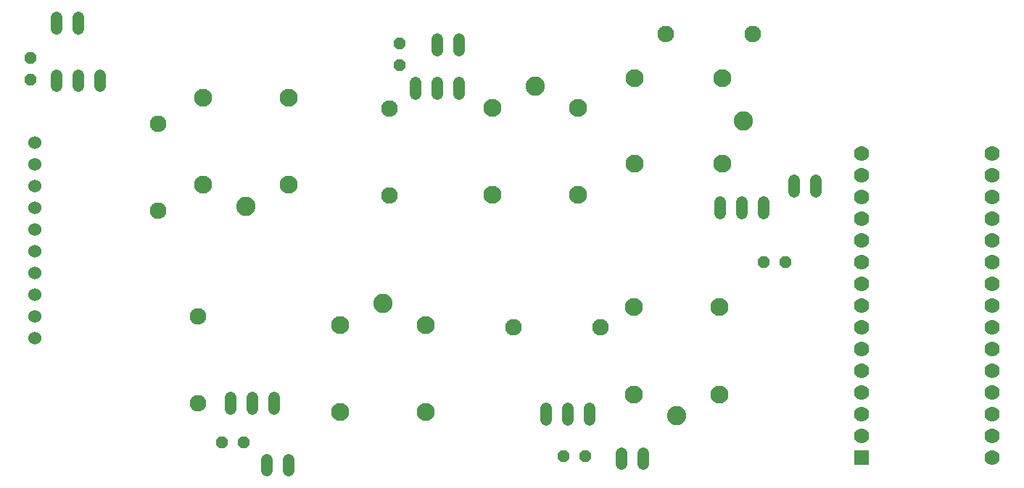
<source format=gbr>
G04 EAGLE Gerber X2 export*
%TF.Part,Single*%
%TF.FileFunction,Copper,L2,Bot,Mixed*%
%TF.FilePolarity,Positive*%
%TF.GenerationSoftware,Autodesk,EAGLE,9.1.2*%
%TF.CreationDate,2019-01-09T08:49:19Z*%
G75*
%MOMM*%
%FSLAX34Y34*%
%LPD*%
%AMOC8*
5,1,8,0,0,1.08239X$1,22.5*%
G01*
%ADD10C,1.930400*%
%ADD11C,2.250000*%
%ADD12C,2.100000*%
%ADD13P,1.429621X8X22.500000*%
%ADD14C,1.320800*%
%ADD15P,1.429621X8X112.500000*%
%ADD16R,1.778000X1.778000*%
%ADD17C,1.778000*%
%ADD18C,1.524000*%


D10*
X270510Y255270D03*
X270510Y153670D03*
D11*
X486410Y269970D03*
D12*
X536410Y244970D03*
X436410Y244970D03*
X536410Y142970D03*
X436410Y142970D03*
D13*
X298450Y107950D03*
X323850Y107950D03*
D14*
X308610Y147066D02*
X308610Y160274D01*
X359410Y160274D02*
X359410Y147066D01*
X334010Y147066D02*
X334010Y160274D01*
D11*
X829310Y138970D03*
D12*
X779310Y163970D03*
X879310Y163970D03*
X779310Y265970D03*
X879310Y265970D03*
D14*
X727710Y147574D02*
X727710Y134366D01*
X676910Y134366D02*
X676910Y147574D01*
X702310Y147574D02*
X702310Y134366D01*
D10*
X638810Y242570D03*
X740410Y242570D03*
D13*
X697230Y91440D03*
X722630Y91440D03*
D10*
X223520Y480060D03*
X223520Y378460D03*
D14*
X156210Y524256D02*
X156210Y537464D01*
X105410Y537464D02*
X105410Y524256D01*
X130810Y524256D02*
X130810Y537464D01*
D15*
X74930Y532130D03*
X74930Y557530D03*
D11*
X326390Y384080D03*
D12*
X276390Y409080D03*
X376390Y409080D03*
X276390Y511080D03*
X376390Y511080D03*
D10*
X494030Y497840D03*
X494030Y396240D03*
D14*
X575310Y515366D02*
X575310Y528574D01*
X524510Y528574D02*
X524510Y515366D01*
X549910Y515366D02*
X549910Y528574D01*
D15*
X505460Y548640D03*
X505460Y574040D03*
D11*
X664210Y523970D03*
D12*
X714210Y498970D03*
X614210Y498970D03*
X714210Y396970D03*
X614210Y396970D03*
D10*
X918210Y585470D03*
X816610Y585470D03*
D14*
X930910Y388874D02*
X930910Y375666D01*
X880110Y375666D02*
X880110Y388874D01*
X905510Y388874D02*
X905510Y375666D01*
D11*
X907510Y483870D03*
D12*
X882510Y433870D03*
X882510Y533870D03*
X780510Y433870D03*
X780510Y533870D03*
D13*
X930910Y318770D03*
X956310Y318770D03*
D16*
X1045210Y90170D03*
D17*
X1045210Y115570D03*
X1045210Y140970D03*
X1045210Y166370D03*
X1045210Y191770D03*
X1045210Y217170D03*
X1045210Y242570D03*
X1045210Y267970D03*
X1045210Y293370D03*
X1045210Y318770D03*
X1045210Y344170D03*
X1045210Y369570D03*
X1045210Y394970D03*
X1045210Y420370D03*
X1045210Y445770D03*
X1197610Y445770D03*
X1197610Y420370D03*
X1197610Y394970D03*
X1197610Y369570D03*
X1197610Y344170D03*
X1197610Y318770D03*
X1197610Y293370D03*
X1197610Y267970D03*
X1197610Y242570D03*
X1197610Y217170D03*
X1197610Y191770D03*
X1197610Y166370D03*
X1197610Y140970D03*
X1197610Y115570D03*
X1197610Y90170D03*
D18*
X80010Y280670D03*
X80010Y255270D03*
X80010Y229870D03*
X80010Y306070D03*
X80010Y331470D03*
X80010Y356870D03*
X80010Y382270D03*
X80010Y407670D03*
X80010Y433070D03*
X80010Y458470D03*
D14*
X764540Y95504D02*
X764540Y82296D01*
X789940Y82296D02*
X789940Y95504D01*
X105410Y591566D02*
X105410Y604774D01*
X130810Y604774D02*
X130810Y591566D01*
X549910Y579374D02*
X549910Y566166D01*
X575310Y566166D02*
X575310Y579374D01*
X966470Y414274D02*
X966470Y401066D01*
X991870Y401066D02*
X991870Y414274D01*
X350520Y87884D02*
X350520Y74676D01*
X375920Y74676D02*
X375920Y87884D01*
M02*

</source>
